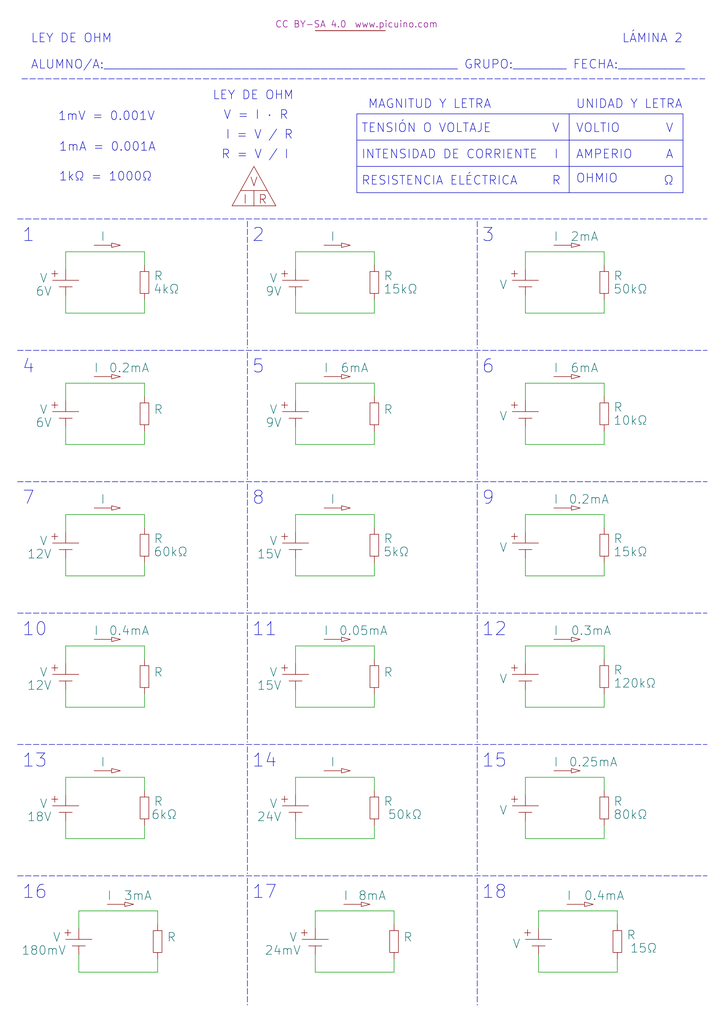
<source format=kicad_sch>
(kicad_sch (version 20231120) (generator "eeschema") (generator_version "8.0")
  (paper "A4" portrait)
  (title_block (title "Ley de Ohm") (date "2021-05-15") (company "www.picuino.com") (comment 1 "Copyright (c) 2021 by Carlos Pardo") (comment 2 "License CC BY-SA 4.0"))
  (lib_symbols
    (symbol "electric-ley-ohm-inicio-rescue:CopyRight-simbolos" (pin_names (offset 1.016))
      (property "License" "CC BY-SA 4.0" (at -1.27 -1.27 0))
      (property "Web" "www.picuino.com" (at 0 -1.27 0))
      (symbol "CopyRight-simbolos_0_1"
        (polyline (pts (xy -10.16 0) (xy 10.16 0)) (stroke (width 0.2032)))
      )
    )
    (symbol "electric-ley-ohm-inicio-rescue:Ley_Ohm-simbolos" (pin_names (offset 1.016))
      (symbol "Ley_Ohm-simbolos_0_0"
        (text "I" (at -2.54 1.905 0) (effects (font (size 2.54 2.54))))
        (text "R" (at 2.54 1.905 0) (effects (font (size 2.54 2.54))))
        (text "V" (at 0 6.985 0) (effects (font (size 2.54 2.54))))
      )
      (symbol "Ley_Ohm-simbolos_0_1"
        (polyline (pts (xy -6.35 0) (xy 6.35 0)))
        (polyline (pts (xy -3.81 4.445) (xy 3.81 4.445)))
        (polyline (pts (xy 0 4.445) (xy 0 0)))
        (polyline (pts (xy -6.35 0) (xy 0 11.43) (xy 6.35 0)))
      )
    )
    (symbol "electric-ley-ohm-inicio-rescue:Pila-simbolos" (pin_names (offset 1.016))
      (property "Reference" "V" (at 5.08 -4.445 0))
      (symbol "Pila-simbolos_0_1"
        (polyline (pts (xy -4.064 -1.27) (xy -2.286 -1.27)))
        (polyline (pts (xy -3.81 -3.175) (xy 3.81 -3.175)))
        (polyline (pts (xy -3.175 -0.381) (xy -3.175 -2.159)))
        (polyline (pts (xy -1.905 -5.08) (xy 1.905 -5.08)))
      )
      (symbol "Pila-simbolos_1_1"
        (pin input line (at 0 -7.62 90) (length 2.54) (name "") (number ""))
        (pin input line (at 0 0 270) (length 3.175) (name "") (number ""))
      )
    )
    (symbol "electric-ley-ohm-inicio-rescue:current-simbolos" (pin_names (offset 1.016))
      (property "Reference" "I" (at 2.54 1.27 0))
      (symbol "current-simbolos_0_1"
        (polyline (pts (xy 0 0) (xy 5.08 0) (xy 5.08 0.635) (xy 7.62 0) (xy 5.08 -0.635) (xy 5.08 0)))
      )
    )
    (symbol "electric-ley-ohm-inicio-rescue:resistencia-simbolos" (pin_names (offset 1.016))
      (property "Reference" "R" (at 1.905 -5.08 0))
      (symbol "resistencia-simbolos_0_1"
        (rectangle (start -1.27 -1.905) (end 1.27 -8.255))
      )
      (symbol "resistencia-simbolos_1_1"
        (pin input line (at 0 -10.16 90) (length 1.905) (name "") (number ""))
        (pin input line (at 0 0 270) (length 1.905) (name "") (number ""))
      )
    )
  )
  (wire (pts (xy 85.725 123.825) (xy 85.725 128.905)))
  (wire (pts (xy 85.725 161.925) (xy 85.725 167.005)))
  (wire (pts (xy 156.21 281.94) (xy 179.07 281.94)))
  (wire (pts (xy 85.725 85.725) (xy 85.725 90.805)))
  (wire (pts (xy 114.3 264.16) (xy 114.3 267.97)))
  (polyline (pts (xy 138.43 254.635) (xy 138.43 291.465)) (stroke (width 0) (type dash)))
  (wire (pts (xy 175.26 73.025) (xy 175.26 76.835)))
  (wire (pts (xy 152.4 192.405) (xy 152.4 187.325)))
  (wire (pts (xy 85.725 187.325) (xy 108.585 187.325)))
  (wire (pts (xy 152.4 116.205) (xy 152.4 111.125)))
  (wire (pts (xy 41.91 73.025) (xy 41.91 76.835)))
  (polyline (pts (xy 103.505 33.02) (xy 198.12 33.02)))
  (wire (pts (xy 85.725 111.125) (xy 108.585 111.125)))
  (wire (pts (xy 175.26 225.425) (xy 175.26 229.235)))
  (wire (pts (xy 19.05 73.025) (xy 41.91 73.025)))
  (wire (pts (xy 152.4 200.025) (xy 152.4 205.105)))
  (wire (pts (xy 175.26 243.205) (xy 175.26 239.395)))
  (polyline (pts (xy 103.505 55.88) (xy 198.12 55.88)))
  (wire (pts (xy 156.21 276.86) (xy 156.21 281.94)))
  (wire (pts (xy 22.86 269.24) (xy 22.86 264.16)))
  (polyline (pts (xy 103.505 40.64) (xy 198.12 40.64)))
  (wire (pts (xy 19.05 149.225) (xy 41.91 149.225)))
  (wire (pts (xy 108.585 243.205) (xy 108.585 239.395)))
  (wire (pts (xy 19.05 200.025) (xy 19.05 205.105)))
  (wire (pts (xy 19.05 167.005) (xy 41.91 167.005)))
  (wire (pts (xy 19.05 85.725) (xy 19.05 90.805)))
  (wire (pts (xy 175.26 167.005) (xy 175.26 163.195)))
  (wire (pts (xy 19.05 78.105) (xy 19.05 73.025)))
  (polyline (pts (xy 138.43 102.235) (xy 138.43 139.065)) (stroke (width 0) (type dash)))
  (polyline (pts (xy 138.43 216.535) (xy 138.43 253.365)) (stroke (width 0) (type dash)))
  (wire (pts (xy 152.4 90.805) (xy 175.26 90.805)))
  (wire (pts (xy 85.725 238.125) (xy 85.725 243.205)))
  (wire (pts (xy 108.585 111.125) (xy 108.585 114.935)))
  (wire (pts (xy 152.4 85.725) (xy 152.4 90.805)))
  (polyline (pts (xy 71.755 102.235) (xy 71.755 139.065)) (stroke (width 0) (type dash)))
  (wire (pts (xy 152.4 187.325) (xy 175.26 187.325)))
  (wire (pts (xy 152.4 205.105) (xy 175.26 205.105)))
  (wire (pts (xy 22.86 276.86) (xy 22.86 281.94)))
  (polyline (pts (xy 138.43 140.335) (xy 138.43 177.165)) (stroke (width 0) (type dash)))
  (polyline (pts (xy 5.08 215.9) (xy 205.105 215.9)) (stroke (width 0) (type dash)))
  (wire (pts (xy 85.725 167.005) (xy 108.585 167.005)))
  (wire (pts (xy 108.585 90.805) (xy 108.585 86.995)))
  (wire (pts (xy 85.725 116.205) (xy 85.725 111.125)))
  (wire (pts (xy 85.725 154.305) (xy 85.725 149.225)))
  (wire (pts (xy 22.86 281.94) (xy 45.72 281.94)))
  (wire (pts (xy 19.05 123.825) (xy 19.05 128.905)))
  (wire (pts (xy 175.26 187.325) (xy 175.26 191.135)))
  (polyline (pts (xy 5.08 101.6) (xy 205.105 101.6)) (stroke (width 0) (type dash)))
  (wire (pts (xy 152.4 243.205) (xy 175.26 243.205)))
  (wire (pts (xy 85.725 149.225) (xy 108.585 149.225)))
  (wire (pts (xy 108.585 149.225) (xy 108.585 153.035)))
  (wire (pts (xy 108.585 187.325) (xy 108.585 191.135)))
  (polyline (pts (xy 71.755 140.335) (xy 71.755 177.165)) (stroke (width 0) (type dash)))
  (wire (pts (xy 19.05 238.125) (xy 19.05 243.205)))
  (polyline (pts (xy 5.08 139.7) (xy 205.105 139.7)) (stroke (width 0) (type dash)))
  (wire (pts (xy 19.05 90.805) (xy 41.91 90.805)))
  (wire (pts (xy 19.05 128.905) (xy 41.91 128.905)))
  (wire (pts (xy 152.4 161.925) (xy 152.4 167.005)))
  (wire (pts (xy 114.3 281.94) (xy 114.3 278.13)))
  (wire (pts (xy 41.91 128.905) (xy 41.91 125.095)))
  (wire (pts (xy 19.05 192.405) (xy 19.05 187.325)))
  (polyline (pts (xy 5.08 177.8) (xy 205.105 177.8)) (stroke (width 0) (type dash)))
  (polyline (pts (xy 6.35 22.86) (xy 204.47 22.86)) (stroke (width 0) (type dash)))
  (wire (pts (xy 179.07 281.94) (xy 179.07 278.13)))
  (wire (pts (xy 108.585 128.905) (xy 108.585 125.095)))
  (wire (pts (xy 152.4 123.825) (xy 152.4 128.905)))
  (wire (pts (xy 152.4 154.305) (xy 152.4 149.225)))
  (wire (pts (xy 41.91 90.805) (xy 41.91 86.995)))
  (wire (pts (xy 85.725 225.425) (xy 108.585 225.425)))
  (wire (pts (xy 85.725 200.025) (xy 85.725 205.105)))
  (wire (pts (xy 152.4 128.905) (xy 175.26 128.905)))
  (wire (pts (xy 152.4 73.025) (xy 175.26 73.025)))
  (wire (pts (xy 175.26 90.805) (xy 175.26 86.995)))
  (wire (pts (xy 152.4 78.105) (xy 152.4 73.025)))
  (polyline (pts (xy 5.08 254) (xy 205.105 254)) (stroke (width 0) (type dash)))
  (wire (pts (xy 41.91 149.225) (xy 41.91 153.035)))
  (wire (pts (xy 108.585 205.105) (xy 108.585 201.295)))
  (wire (pts (xy 19.05 161.925) (xy 19.05 167.005)))
  (wire (pts (xy 41.91 187.325) (xy 41.91 191.135)))
  (wire (pts (xy 175.26 128.905) (xy 175.26 125.095)))
  (wire (pts (xy 152.4 167.005) (xy 175.26 167.005)))
  (wire (pts (xy 152.4 238.125) (xy 152.4 243.205)))
  (polyline (pts (xy 165.1 33.02) (xy 165.1 55.88)))
  (polyline (pts (xy 198.12 33.02) (xy 198.12 55.88)))
  (polyline (pts (xy 103.505 33.02) (xy 103.505 55.88)))
  (wire (pts (xy 85.725 73.025) (xy 108.585 73.025)))
  (wire (pts (xy 19.05 187.325) (xy 41.91 187.325)))
  (wire (pts (xy 175.26 205.105) (xy 175.26 201.295)))
  (polyline (pts (xy 71.755 178.435) (xy 71.755 215.265)) (stroke (width 0) (type dash)))
  (wire (pts (xy 85.725 192.405) (xy 85.725 187.325)))
  (wire (pts (xy 22.86 264.16) (xy 45.72 264.16)))
  (wire (pts (xy 41.91 111.125) (xy 41.91 114.935)))
  (polyline (pts (xy 103.505 48.26) (xy 198.12 48.26)))
  (wire (pts (xy 152.4 111.125) (xy 175.26 111.125)))
  (wire (pts (xy 19.05 205.105) (xy 41.91 205.105)))
  (wire (pts (xy 41.91 205.105) (xy 41.91 201.295)))
  (wire (pts (xy 91.44 264.16) (xy 114.3 264.16)))
  (wire (pts (xy 91.44 281.94) (xy 114.3 281.94)))
  (polyline (pts (xy 138.43 64.135) (xy 138.43 100.965)) (stroke (width 0) (type dash)))
  (wire (pts (xy 85.725 78.105) (xy 85.725 73.025)))
  (wire (pts (xy 19.05 225.425) (xy 41.91 225.425)))
  (polyline (pts (xy 5.08 63.5) (xy 205.105 63.5)) (stroke (width 0) (type dash)))
  (wire (pts (xy 85.725 205.105) (xy 108.585 205.105)))
  (polyline (pts (xy 71.755 216.535) (xy 71.755 253.365)) (stroke (width 0) (type dash)))
  (wire (pts (xy 19.05 116.205) (xy 19.05 111.125)))
  (polyline (pts (xy 71.755 64.135) (xy 71.755 100.965)) (stroke (width 0) (type dash)))
  (wire (pts (xy 175.26 149.225) (xy 175.26 153.035)))
  (wire (pts (xy 45.72 281.94) (xy 45.72 278.13)))
  (polyline (pts (xy 71.755 254.635) (xy 71.755 291.465)) (stroke (width 0) (type dash)))
  (wire (pts (xy 108.585 167.005) (xy 108.585 163.195)))
  (wire (pts (xy 41.91 243.205) (xy 41.91 239.395)))
  (wire (pts (xy 156.21 269.24) (xy 156.21 264.16)))
  (wire (pts (xy 85.725 128.905) (xy 108.585 128.905)))
  (wire (pts (xy 19.05 111.125) (xy 41.91 111.125)))
  (polyline (pts (xy 138.43 178.435) (xy 138.43 215.265)) (stroke (width 0) (type dash)))
  (wire (pts (xy 152.4 230.505) (xy 152.4 225.425)))
  (wire (pts (xy 85.725 230.505) (xy 85.725 225.425)))
  (wire (pts (xy 85.725 243.205) (xy 108.585 243.205)))
  (wire (pts (xy 45.72 264.16) (xy 45.72 267.97)))
  (wire (pts (xy 152.4 225.425) (xy 175.26 225.425)))
  (wire (pts (xy 41.91 225.425) (xy 41.91 229.235)))
  (wire (pts (xy 108.585 225.425) (xy 108.585 229.235)))
  (wire (pts (xy 156.21 264.16) (xy 179.07 264.16)))
  (wire (pts (xy 19.05 230.505) (xy 19.05 225.425)))
  (wire (pts (xy 91.44 276.86) (xy 91.44 281.94)))
  (wire (pts (xy 85.725 90.805) (xy 108.585 90.805)))
  (wire (pts (xy 41.91 167.005) (xy 41.91 163.195)))
  (wire (pts (xy 175.26 111.125) (xy 175.26 114.935)))
  (wire (pts (xy 108.585 73.025) (xy 108.585 76.835)))
  (wire (pts (xy 91.44 269.24) (xy 91.44 264.16)))
  (wire (pts (xy 179.07 264.16) (xy 179.07 267.97)))
  (wire (pts (xy 152.4 149.225) (xy 175.26 149.225)))
  (wire (pts (xy 19.05 243.205) (xy 41.91 243.205)))
  (wire (pts (xy 19.05 154.305) (xy 19.05 149.225)))
  (text "17" (at 73.025 260.985 0) (effects (font (size 3.81 3.81)) (justify left bottom)))
  (text "R" (at 160.02 53.975 0) (effects (font (size 2.54 2.54)) (justify left bottom)))
  (text "8" (at 73.025 146.685 0) (effects (font (size 3.81 3.81)) (justify left bottom)))
  (text "R = V / I" (at 64.135 46.355 0) (effects (font (size 2.54 2.54)) (justify left bottom)))
  (text "UNIDAD Y LETRA" (at 167.005 31.75 0) (effects (font (size 2.54 2.54)) (justify left bottom)))
  (text "Ω" (at 192.405 53.975 0) (effects (font (size 2.54 2.54)) (justify left bottom)))
  (text "10" (at 6.35 184.785 0) (effects (font (size 3.81 3.81)) (justify left bottom)))
  (text "RESISTENCIA ELÉCTRICA" (at 104.775 53.975 0) (effects (font (size 2.54 2.54)) (justify left bottom)))
  (text "11" (at 73.025 184.785 0) (effects (font (size 3.81 3.81)) (justify left bottom)))
  (text "ALUMNO/A:_____________________________________________________ GRUPO:________ FECHA:__________" (at 8.89 20.32 0) (effects (font (size 2.54 2.54)) (justify left bottom)))
  (text "INTENSIDAD DE CORRIENTE\n" (at 104.775 46.355 0) (effects (font (size 2.54 2.54)) (justify left bottom)))
  (text "18" (at 139.7 260.985 0) (effects (font (size 3.81 3.81)) (justify left bottom)))
  (text "1" (at 6.35 70.485 0) (effects (font (size 3.81 3.81)) (justify left bottom)))
  (text "AMPERIO" (at 167.005 46.355 0) (effects (font (size 2.54 2.54)) (justify left bottom)))
  (text "7" (at 6.35 146.685 0) (effects (font (size 3.81 3.81)) (justify left bottom)))
  (text "9" (at 139.7 146.685 0) (effects (font (size 3.81 3.81)) (justify left bottom)))
  (text "MAGNITUD Y LETRA" (at 106.68 31.75 0) (effects (font (size 2.54 2.54)) (justify left bottom)))
  (text "VOLTIO" (at 167.005 38.735 0) (effects (font (size 2.54 2.54)) (justify left bottom)))
  (text "I" (at 160.655 46.355 0) (effects (font (size 2.54 2.54)) (justify left bottom)))
  (text "OHMIO\n" (at 167.005 53.34 0) (effects (font (size 2.54 2.54)) (justify left bottom)))
  (text "5" (at 73.025 108.585 0) (effects (font (size 3.81 3.81)) (justify left bottom)))
  (text "1mA = 0.001A" (at 17.018 42.672 0) (effects (font (size 2.54 2.54)) (justify left)))
  (text "2" (at 73.025 70.485 0) (effects (font (size 3.81 3.81)) (justify left bottom)))
  (text "V = I · R" (at 64.77 34.925 0) (effects (font (size 2.54 2.54)) (justify left bottom)))
  (text "V" (at 160.02 38.735 0) (effects (font (size 2.54 2.54)) (justify left bottom)))
  (text "12" (at 139.7 184.785 0) (effects (font (size 3.81 3.81)) (justify left bottom)))
  (text "LEY DE OHM" (at 61.595 29.21 0) (effects (font (size 2.54 2.54)) (justify left bottom)))
  (text "V" (at 193.04 38.735 0) (effects (font (size 2.54 2.54)) (justify left bottom)))
  (text "I = V / R" (at 65.405 40.64 0) (effects (font (size 2.54 2.54)) (justify left bottom)))
  (text "LÁMINA 2\n" (at 198.12 12.7 0) (effects (font (size 2.54 2.54)) (justify right bottom)))
  (text "15" (at 139.7 222.885 0) (effects (font (size 3.81 3.81)) (justify left bottom)))
  (text "14" (at 73.025 222.885 0) (effects (font (size 3.81 3.81)) (justify left bottom)))
  (text "A" (at 193.04 46.355 0) (effects (font (size 2.54 2.54)) (justify left bottom)))
  (text "1kΩ = 1000Ω" (at 17.018 51.308 0) (effects (font (size 2.54 2.54)) (justify left)))
  (text "16" (at 6.35 260.985 0) (effects (font (size 3.81 3.81)) (justify left bottom)))
  (text "1mV = 0.001V" (at 16.764 33.782 0) (effects (font (size 2.54 2.54)) (justify left)))
  (text "LEY DE OHM\n" (at 8.89 12.7 0) (effects (font (size 2.54 2.54)) (justify left bottom)))
  (text "TENSIÓN O VOLTAJE" (at 104.775 38.735 0) (effects (font (size 2.54 2.54)) (justify left bottom)))
  (text "4" (at 6.35 108.585 0) (effects (font (size 3.81 3.81)) (justify left bottom)))
  (text "3" (at 139.7 70.485 0) (effects (font (size 3.81 3.81)) (justify left bottom)))
  (text "13" (at 6.35 222.885 0) (effects (font (size 3.81 3.81)) (justify left bottom)))
  (text "6" (at 139.7 108.585 0) (effects (font (size 3.81 3.81)) (justify left bottom)))
  (symbol (lib_id "electric-ley-ohm-inicio-rescue:resistencia-simbolos") (at 108.585 229.235 0) (unit 1)
    (property "Reference" "R" (at 111.125 232.41 0) (effects (font (size 2.54 2.54)) (justify left)))
    (property "Value" "50kΩ" (at 117.475 236.22 0) (effects (font (size 2.54 2.54))))
  )
  (symbol (lib_id "electric-ley-ohm-inicio-rescue:Pila-simbolos") (at 152.4 192.405 0) (unit 1)
    (property "Reference" "V" (at 147.32 196.85 0) (effects (font (size 2.54 2.54)) (justify right)))
    (property "Value" "6V" (effects (hide yes)))
  )
  (symbol (lib_id "electric-ley-ohm-inicio-rescue:resistencia-simbolos") (at 175.26 153.035 0) (unit 1)
    (property "Reference" "R" (at 177.8 156.21 0) (effects (font (size 2.54 2.54)) (justify left)))
    (property "Value" "15kΩ" (at 182.88 160.02 0) (effects (font (size 2.54 2.54))))
  )
  (symbol (lib_id "electric-ley-ohm-inicio-rescue:resistencia-simbolos") (at 41.91 76.835 0) (unit 1)
    (property "Reference" "R" (at 44.45 80.01 0) (effects (font (size 2.54 2.54)) (justify left)))
    (property "Value" "4kΩ" (at 48.26 83.82 0) (effects (font (size 2.54 2.54))))
  )
  (symbol (lib_id "electric-ley-ohm-inicio-rescue:current-simbolos") (at 27.305 223.52 0) (unit 1)
    (property "Reference" "I" (at 29.845 220.98 0) (effects (font (size 2.54 2.54))))
    (property "Value" "current" (effects (hide yes)))
  )
  (symbol (lib_id "electric-ley-ohm-inicio-rescue:resistencia-simbolos") (at 108.585 114.935 0) (unit 1)
    (property "Reference" "R" (at 111.125 118.745 0) (effects (font (size 2.54 2.54)) (justify left)))
    (property "Value" "2Ω" (effects (hide yes)))
  )
  (symbol (lib_id "electric-ley-ohm-inicio-rescue:Pila-simbolos") (at 19.05 230.505 0) (unit 1)
    (property "Reference" "V" (at 13.97 233.045 0) (effects (font (size 2.54 2.54)) (justify right)))
    (property "Value" "18V" (at 11.43 236.855 0) (effects (font (size 2.54 2.54))))
  )
  (symbol (lib_id "electric-ley-ohm-inicio-rescue:Pila-simbolos") (at 22.86 269.24 0) (unit 1)
    (property "Reference" "V" (at 17.78 271.78 0) (effects (font (size 2.54 2.54)) (justify right)))
    (property "Value" "180mV" (at 12.7 275.59 0) (effects (font (size 2.54 2.54))))
  )
  (symbol (lib_id "electric-ley-ohm-inicio-rescue:current-simbolos") (at 93.98 109.22 0) (unit 1)
    (property "Reference" "I" (at 94.615 106.68 0) (effects (font (size 2.54 2.54))))
    (property "Value" "6mA" (at 102.87 106.68 0) (effects (font (size 2.54 2.54))))
  )
  (symbol (lib_id "electric-ley-ohm-inicio-rescue:resistencia-simbolos") (at 179.07 267.97 0) (unit 1)
    (property "Reference" "R" (at 181.61 271.145 0) (effects (font (size 2.54 2.54)) (justify left)))
    (property "Value" "15Ω" (at 186.69 274.955 0) (effects (font (size 2.54 2.54))))
  )
  (symbol (lib_id "electric-ley-ohm-inicio-rescue:current-simbolos") (at 27.305 185.42 0) (unit 1)
    (property "Reference" "I" (at 27.94 182.88 0) (effects (font (size 2.54 2.54))))
    (property "Value" "0.4mA" (at 37.465 182.88 0) (effects (font (size 2.54 2.54))))
  )
  (symbol (lib_id "electric-ley-ohm-inicio-rescue:resistencia-simbolos") (at 41.91 229.235 0) (unit 1)
    (property "Reference" "R" (at 44.45 232.41 0) (effects (font (size 2.54 2.54)) (justify left)))
    (property "Value" "6kΩ" (at 47.625 236.22 0) (effects (font (size 2.54 2.54))))
  )
  (symbol (lib_id "electric-ley-ohm-inicio-rescue:Pila-simbolos") (at 152.4 116.205 0) (unit 1)
    (property "Reference" "V" (at 147.32 120.65 0) (effects (font (size 2.54 2.54)) (justify right)))
    (property "Value" "6V" (effects (hide yes)))
  )
  (symbol (lib_id "electric-ley-ohm-inicio-rescue:current-simbolos") (at 99.695 262.255 0) (unit 1)
    (property "Reference" "I" (at 100.33 259.715 0) (effects (font (size 2.54 2.54))))
    (property "Value" "8mA" (at 107.95 259.715 0) (effects (font (size 2.54 2.54))))
  )
  (symbol (lib_id "electric-ley-ohm-inicio-rescue:resistencia-simbolos") (at 175.26 114.935 0) (unit 1)
    (property "Reference" "R" (at 177.8 118.11 0) (effects (font (size 2.54 2.54)) (justify left)))
    (property "Value" "10kΩ" (at 182.88 121.92 0) (effects (font (size 2.54 2.54))))
  )
  (symbol (lib_id "electric-ley-ohm-inicio-rescue:current-simbolos") (at 160.655 223.52 0) (unit 1)
    (property "Reference" "I" (at 161.29 220.98 0) (effects (font (size 2.54 2.54))))
    (property "Value" "0.25mA" (at 172.085 220.98 0) (effects (font (size 2.54 2.54))))
  )
  (symbol (lib_id "electric-ley-ohm-inicio-rescue:Pila-simbolos") (at 91.44 269.24 0) (unit 1)
    (property "Reference" "V" (at 86.36 271.78 0) (effects (font (size 2.54 2.54)) (justify right)))
    (property "Value" "24mV" (at 82.042 275.59 0) (effects (font (size 2.54 2.54))))
  )
  (symbol (lib_id "electric-ley-ohm-inicio-rescue:current-simbolos") (at 93.98 223.52 0) (unit 1)
    (property "Reference" "I" (at 96.52 220.98 0) (effects (font (size 2.54 2.54))))
    (property "Value" "current" (effects (hide yes)))
  )
  (symbol (lib_id "electric-ley-ohm-inicio-rescue:Pila-simbolos") (at 19.05 154.305 0) (unit 1)
    (property "Reference" "V" (at 13.97 156.845 0) (effects (font (size 2.54 2.54)) (justify right)))
    (property "Value" "12V" (at 11.43 160.655 0) (effects (font (size 2.54 2.54))))
  )
  (symbol (lib_id "electric-ley-ohm-inicio-rescue:resistencia-simbolos") (at 108.585 76.835 0) (unit 1)
    (property "Reference" "R" (at 111.125 80.01 0) (effects (font (size 2.54 2.54)) (justify left)))
    (property "Value" "15kΩ" (at 116.205 83.82 0) (effects (font (size 2.54 2.54))))
  )
  (symbol (lib_id "electric-ley-ohm-inicio-rescue:Pila-simbolos") (at 85.725 192.405 0) (unit 1)
    (property "Reference" "V" (at 80.645 194.945 0) (effects (font (size 2.54 2.54)) (justify right)))
    (property "Value" "15V" (at 78.105 198.755 0) (effects (font (size 2.54 2.54))))
  )
  (symbol (lib_id "electric-ley-ohm-inicio-rescue:Pila-simbolos") (at 85.725 116.205 0) (unit 1)
    (property "Reference" "V" (at 80.645 118.745 0) (effects (font (size 2.54 2.54)) (justify right)))
    (property "Value" "9V" (at 79.375 122.555 0) (effects (font (size 2.54 2.54))))
  )
  (symbol (lib_id "electric-ley-ohm-inicio-rescue:resistencia-simbolos") (at 175.26 229.235 0) (unit 1)
    (property "Reference" "R" (at 177.8 232.41 0) (effects (font (size 2.54 2.54)) (justify left)))
    (property "Value" "80kΩ" (at 182.88 236.22 0) (effects (font (size 2.54 2.54))))
  )
  (symbol (lib_id "electric-ley-ohm-inicio-rescue:current-simbolos") (at 160.655 109.22 0) (unit 1)
    (property "Reference" "I" (at 161.29 106.68 0) (effects (font (size 2.54 2.54))))
    (property "Value" "6mA" (at 169.545 106.68 0) (effects (font (size 2.54 2.54))))
  )
  (symbol (lib_id "electric-ley-ohm-inicio-rescue:Pila-simbolos") (at 156.21 269.24 0) (unit 1)
    (property "Reference" "V" (at 151.13 273.685 0) (effects (font (size 2.54 2.54)) (justify right)))
    (property "Value" "6V" (effects (hide yes)))
  )
  (symbol (lib_id "electric-ley-ohm-inicio-rescue:Pila-simbolos") (at 152.4 230.505 0) (unit 1)
    (property "Reference" "V" (at 147.32 234.95 0) (effects (font (size 2.54 2.54)) (justify right)))
    (property "Value" "6V" (effects (hide yes)))
  )
  (symbol (lib_id "electric-ley-ohm-inicio-rescue:Pila-simbolos") (at 19.05 192.405 0) (unit 1)
    (property "Reference" "V" (at 13.97 194.945 0) (effects (font (size 2.54 2.54)) (justify right)))
    (property "Value" "12V" (at 11.43 198.755 0) (effects (font (size 2.54 2.54))))
  )
  (symbol (lib_id "electric-ley-ohm-inicio-rescue:current-simbolos") (at 160.655 147.32 0) (unit 1)
    (property "Reference" "I" (at 161.29 144.78 0) (effects (font (size 2.54 2.54))))
    (property "Value" "0.2mA" (at 170.815 144.78 0) (effects (font (size 2.54 2.54))))
  )
  (symbol (lib_id "electric-ley-ohm-inicio-rescue:current-simbolos") (at 93.98 185.42 0) (unit 1)
    (property "Reference" "I" (at 94.615 182.88 0) (effects (font (size 2.54 2.54))))
    (property "Value" "0.05mA" (at 105.41 182.88 0) (effects (font (size 2.54 2.54))))
  )
  (symbol (lib_id "electric-ley-ohm-inicio-rescue:Pila-simbolos") (at 19.05 116.205 0) (unit 1)
    (property "Reference" "V" (at 13.97 118.745 0) (effects (font (size 2.54 2.54)) (justify right)))
    (property "Value" "6V" (at 12.7 122.555 0) (effects (font (size 2.54 2.54))))
  )
  (symbol (lib_id "electric-ley-ohm-inicio-rescue:Pila-simbolos") (at 152.4 154.305 0) (unit 1)
    (property "Reference" "V" (at 147.32 158.75 0) (effects (font (size 2.54 2.54)) (justify right)))
    (property "Value" "6V" (effects (hide yes)))
  )
  (symbol (lib_id "electric-ley-ohm-inicio-rescue:resistencia-simbolos") (at 41.91 191.135 0) (unit 1)
    (property "Reference" "R" (at 44.45 194.945 0) (effects (font (size 2.54 2.54)) (justify left)))
    (property "Value" "2Ω" (effects (hide yes)))
  )
  (symbol (lib_id "electric-ley-ohm-inicio-rescue:current-simbolos") (at 160.655 71.12 0) (unit 1)
    (property "Reference" "I" (at 161.29 68.58 0) (effects (font (size 2.54 2.54))))
    (property "Value" "2mA" (at 169.545 68.58 0) (effects (font (size 2.54 2.54))))
  )
  (symbol (lib_id "electric-ley-ohm-inicio-rescue:current-simbolos") (at 27.305 109.22 0) (unit 1)
    (property "Reference" "I" (at 27.94 106.68 0) (effects (font (size 2.54 2.54))))
    (property "Value" "0.2mA" (at 37.465 106.68 0) (effects (font (size 2.54 2.54))))
  )
  (symbol (lib_id "electric-ley-ohm-inicio-rescue:resistencia-simbolos") (at 41.91 114.935 0) (unit 1)
    (property "Reference" "R" (at 44.45 118.745 0) (effects (font (size 2.54 2.54)) (justify left)))
    (property "Value" "2Ω" (effects (hide yes)))
  )
  (symbol (lib_id "electric-ley-ohm-inicio-rescue:resistencia-simbolos") (at 108.585 153.035 0) (unit 1)
    (property "Reference" "R" (at 111.125 156.21 0) (effects (font (size 2.54 2.54)) (justify left)))
    (property "Value" "5kΩ" (at 114.935 160.02 0) (effects (font (size 2.54 2.54))))
  )
  (symbol (lib_id "electric-ley-ohm-inicio-rescue:Ley_Ohm-simbolos") (at 73.66 59.69 0) (unit 1)
    (property "Reference" "L1" (effects (hide yes)))
    (property "Value" "Ley_Ohm" (effects (hide yes)))
  )
  (symbol (lib_id "electric-ley-ohm-inicio-rescue:current-simbolos") (at 93.98 71.12 0) (unit 1)
    (property "Reference" "I" (at 96.52 68.58 0) (effects (font (size 2.54 2.54))))
    (property "Value" "current" (effects (hide yes)))
  )
  (symbol (lib_id "electric-ley-ohm-inicio-rescue:resistencia-simbolos") (at 175.26 191.135 0) (unit 1)
    (property "Reference" "R" (at 177.8 194.31 0) (effects (font (size 2.54 2.54)) (justify left)))
    (property "Value" "120kΩ" (at 184.15 198.12 0) (effects (font (size 2.54 2.54))))
  )
  (symbol (lib_id "electric-ley-ohm-inicio-rescue:current-simbolos") (at 160.655 185.42 0) (unit 1)
    (property "Reference" "I" (at 161.29 182.88 0) (effects (font (size 2.54 2.54))))
    (property "Value" "0.3mA" (at 171.45 182.88 0) (effects (font (size 2.54 2.54))))
  )
  (symbol (lib_id "electric-ley-ohm-inicio-rescue:Pila-simbolos") (at 85.725 154.305 0) (unit 1)
    (property "Reference" "V" (at 80.645 156.845 0) (effects (font (size 2.54 2.54)) (justify right)))
    (property "Value" "15V" (at 78.105 160.655 0) (effects (font (size 2.54 2.54))))
  )
  (symbol (lib_id "electric-ley-ohm-inicio-rescue:Pila-simbolos") (at 85.725 230.505 0) (unit 1)
    (property "Reference" "V" (at 80.645 233.045 0) (effects (font (size 2.54 2.54)) (justify right)))
    (property "Value" "24V" (at 78.105 236.855 0) (effects (font (size 2.54 2.54))))
  )
  (symbol (lib_id "electric-ley-ohm-inicio-rescue:resistencia-simbolos") (at 175.26 76.835 0) (unit 1)
    (property "Reference" "R" (at 177.8 80.01 0) (effects (font (size 2.54 2.54)) (justify left)))
    (property "Value" "50kΩ" (at 182.88 83.82 0) (effects (font (size 2.54 2.54))))
  )
  (symbol (lib_id "electric-ley-ohm-inicio-rescue:resistencia-simbolos") (at 114.3 267.97 0) (unit 1)
    (property "Reference" "R" (at 116.84 271.78 0) (effects (font (size 2.54 2.54)) (justify left)))
    (property "Value" "2Ω" (effects (hide yes)))
  )
  (symbol (lib_id "electric-ley-ohm-inicio-rescue:resistencia-simbolos") (at 45.72 267.97 0) (unit 1)
    (property "Reference" "R" (at 48.26 271.78 0) (effects (font (size 2.54 2.54)) (justify left)))
    (property "Value" "2Ω" (effects (hide yes)))
  )
  (symbol (lib_id "electric-ley-ohm-inicio-rescue:resistencia-simbolos") (at 108.585 191.135 0) (unit 1)
    (property "Reference" "R" (at 111.125 194.945 0) (effects (font (size 2.54 2.54)) (justify left)))
    (property "Value" "2Ω" (effects (hide yes)))
  )
  (symbol (lib_id "electric-ley-ohm-inicio-rescue:current-simbolos") (at 93.98 147.32 0) (unit 1)
    (property "Reference" "I" (at 96.52 144.78 0) (effects (font (size 2.54 2.54))))
    (property "Value" "current" (effects (hide yes)))
  )
  (symbol (lib_id "electric-ley-ohm-inicio-rescue:CopyRight-simbolos") (at 101.6 8.89 0) (unit 1)
    (property "Reference" "CP?" (effects (hide yes)))
    (property "Value" "CopyRight" (effects (hide yes)))
    (property "License" "CC BY-SA 4.0" (at 90.17 6.985 0) (effects (font (size 1.905 1.905))))
    (property "Web" "www.picuino.com" (at 114.935 6.985 0) (effects (font (size 1.905 1.905))))
  )
  (symbol (lib_id "electric-ley-ohm-inicio-rescue:current-simbolos") (at 27.305 147.32 0) (unit 1)
    (property "Reference" "I" (at 29.845 144.78 0) (effects (font (size 2.54 2.54))))
    (property "Value" "current" (effects (hide yes)))
  )
  (symbol (lib_id "electric-ley-ohm-inicio-rescue:Pila-simbolos") (at 152.4 78.105 0) (unit 1)
    (property "Reference" "V" (at 147.32 82.55 0) (effects (font (size 2.54 2.54)) (justify right)))
    (property "Value" "6V" (effects (hide yes)))
  )
  (symbol (lib_id "electric-ley-ohm-inicio-rescue:current-simbolos") (at 31.115 262.255 0) (unit 1)
    (property "Reference" "I" (at 31.75 259.715 0) (effects (font (size 2.54 2.54))))
    (property "Value" "3mA" (at 40.005 259.715 0) (effects (font (size 2.54 2.54))))
  )
  (symbol (lib_id "electric-ley-ohm-inicio-rescue:Pila-simbolos") (at 19.05 78.105 0) (unit 1)
    (property "Reference" "V" (at 13.97 80.645 0) (effects (font (size 2.54 2.54)) (justify right)))
    (property "Value" "6V" (at 12.7 84.455 0) (effects (font (size 2.54 2.54))))
  )
  (symbol (lib_id "electric-ley-ohm-inicio-rescue:resistencia-simbolos") (at 41.91 153.035 0) (unit 1)
    (property "Reference" "R" (at 44.45 156.21 0) (effects (font (size 2.54 2.54)) (justify left)))
    (property "Value" "60kΩ" (at 49.53 160.02 0) (effects (font (size 2.54 2.54))))
  )
  (symbol (lib_id "electric-ley-ohm-inicio-rescue:Pila-simbolos") (at 85.725 78.105 0) (unit 1)
    (property "Reference" "V" (at 80.645 80.645 0) (effects (font (size 2.54 2.54)) (justify right)))
    (property "Value" "9V" (at 79.375 84.455 0) (effects (font (size 2.54 2.54))))
  )
  (symbol (lib_id "electric-ley-ohm-inicio-rescue:current-simbolos") (at 27.305 71.12 0) (unit 1)
    (property "Reference" "I" (at 29.845 68.58 0) (effects (font (size 2.54 2.54))))
    (property "Value" "current" (effects (hide yes)))
  )
  (symbol (lib_id "electric-ley-ohm-inicio-rescue:current-simbolos") (at 164.465 262.255 0) (unit 1)
    (property "Reference" "I" (at 165.1 259.715 0) (effects (font (size 2.54 2.54))))
    (property "Value" "0.4mA" (at 175.26 259.715 0) (effects (font (size 2.54 2.54))))
  )
)
</source>
